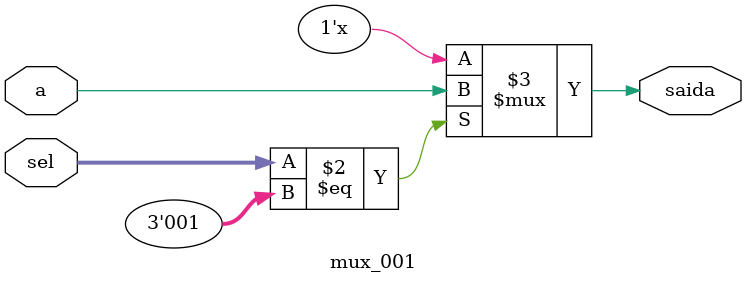
<source format=v>
module mux_001 (a, sel, saida);
	input a;
	input [2:0] sel;
	output reg saida;
	
	always @ (sel)
		if(sel == 3'b001)
			saida <= a;
endmodule
</source>
